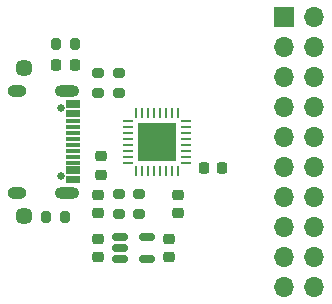
<source format=gts>
%TF.GenerationSoftware,KiCad,Pcbnew,5.99.0-unknown-c33b2cfa8d~128~ubuntu20.04.1*%
%TF.CreationDate,2021-05-18T07:02:03+07:00*%
%TF.ProjectId,PmodUsbUlpi,506d6f64-5573-4625-956c-70692e6b6963,1*%
%TF.SameCoordinates,Original*%
%TF.FileFunction,Soldermask,Top*%
%TF.FilePolarity,Negative*%
%FSLAX46Y46*%
G04 Gerber Fmt 4.6, Leading zero omitted, Abs format (unit mm)*
G04 Created by KiCad (PCBNEW 5.99.0-unknown-c33b2cfa8d~128~ubuntu20.04.1) date 2021-05-18 07:02:03*
%MOMM*%
%LPD*%
G01*
G04 APERTURE LIST*
G04 Aperture macros list*
%AMRoundRect*
0 Rectangle with rounded corners*
0 $1 Rounding radius*
0 $2 $3 $4 $5 $6 $7 $8 $9 X,Y pos of 4 corners*
0 Add a 4 corners polygon primitive as box body*
4,1,4,$2,$3,$4,$5,$6,$7,$8,$9,$2,$3,0*
0 Add four circle primitives for the rounded corners*
1,1,$1+$1,$2,$3*
1,1,$1+$1,$4,$5*
1,1,$1+$1,$6,$7*
1,1,$1+$1,$8,$9*
0 Add four rect primitives between the rounded corners*
20,1,$1+$1,$2,$3,$4,$5,0*
20,1,$1+$1,$4,$5,$6,$7,0*
20,1,$1+$1,$6,$7,$8,$9,0*
20,1,$1+$1,$8,$9,$2,$3,0*%
G04 Aperture macros list end*
%ADD10RoundRect,0.218750X0.218750X0.256250X-0.218750X0.256250X-0.218750X-0.256250X0.218750X-0.256250X0*%
%ADD11RoundRect,0.225000X0.250000X-0.225000X0.250000X0.225000X-0.250000X0.225000X-0.250000X-0.225000X0*%
%ADD12RoundRect,0.200000X0.275000X-0.200000X0.275000X0.200000X-0.275000X0.200000X-0.275000X-0.200000X0*%
%ADD13RoundRect,0.200000X0.200000X0.275000X-0.200000X0.275000X-0.200000X-0.275000X0.200000X-0.275000X0*%
%ADD14C,0.650000*%
%ADD15R,1.150000X0.300000*%
%ADD16O,1.600000X1.000000*%
%ADD17O,2.100000X1.000000*%
%ADD18RoundRect,0.225000X-0.250000X0.225000X-0.250000X-0.225000X0.250000X-0.225000X0.250000X0.225000X0*%
%ADD19RoundRect,0.225000X-0.225000X-0.250000X0.225000X-0.250000X0.225000X0.250000X-0.225000X0.250000X0*%
%ADD20RoundRect,0.150000X-0.512500X-0.150000X0.512500X-0.150000X0.512500X0.150000X-0.512500X0.150000X0*%
%ADD21RoundRect,0.062500X0.375000X0.062500X-0.375000X0.062500X-0.375000X-0.062500X0.375000X-0.062500X0*%
%ADD22RoundRect,0.062500X0.062500X0.375000X-0.062500X0.375000X-0.062500X-0.375000X0.062500X-0.375000X0*%
%ADD23R,3.300000X3.300000*%
%ADD24RoundRect,0.200000X-0.275000X0.200000X-0.275000X-0.200000X0.275000X-0.200000X0.275000X0.200000X0*%
%ADD25C,1.448000*%
%ADD26R,1.700000X1.700000*%
%ADD27O,1.700000X1.700000*%
G04 APERTURE END LIST*
D10*
X144287500Y-93500000D03*
X142712500Y-93500000D03*
D11*
X146250000Y-106025000D03*
X146250000Y-104475000D03*
D12*
X148000000Y-106075000D03*
X148000000Y-104425000D03*
D13*
X144325000Y-91750000D03*
X142675000Y-91750000D03*
D14*
X143105000Y-97110000D03*
X143105000Y-102890000D03*
D15*
X144170000Y-96650000D03*
X144170000Y-97450000D03*
X144170000Y-98750000D03*
X144170000Y-99750000D03*
X144170000Y-100250000D03*
X144170000Y-101250000D03*
X144170000Y-102550000D03*
X144170000Y-103350000D03*
X144170000Y-103050000D03*
X144170000Y-102250000D03*
X144170000Y-101750000D03*
X144170000Y-100750000D03*
X144170000Y-99250000D03*
X144170000Y-98250000D03*
X144170000Y-97750000D03*
X144170000Y-96950000D03*
D16*
X139425000Y-104320000D03*
D17*
X143605000Y-95680000D03*
X143605000Y-104320000D03*
D16*
X139425000Y-95680000D03*
D12*
X148000000Y-95825000D03*
X148000000Y-94175000D03*
D18*
X146250000Y-108225000D03*
X146250000Y-109775000D03*
D19*
X155225000Y-102250000D03*
X156775000Y-102250000D03*
D18*
X146500000Y-101225000D03*
X146500000Y-102775000D03*
D20*
X148112500Y-108050000D03*
X148112500Y-109000000D03*
X148112500Y-109950000D03*
X150387500Y-109950000D03*
X150387500Y-108050000D03*
D21*
X153687500Y-101750000D03*
X153687500Y-101250000D03*
X153687500Y-100750000D03*
X153687500Y-100250000D03*
X153687500Y-99750000D03*
X153687500Y-99250000D03*
X153687500Y-98750000D03*
X153687500Y-98250000D03*
D22*
X153000000Y-97562500D03*
X152500000Y-97562500D03*
X152000000Y-97562500D03*
X151500000Y-97562500D03*
X151000000Y-97562500D03*
X150500000Y-97562500D03*
X150000000Y-97562500D03*
X149500000Y-97562500D03*
D21*
X148812500Y-98250000D03*
X148812500Y-98750000D03*
X148812500Y-99250000D03*
X148812500Y-99750000D03*
X148812500Y-100250000D03*
X148812500Y-100750000D03*
X148812500Y-101250000D03*
X148812500Y-101750000D03*
D22*
X149500000Y-102437500D03*
X150000000Y-102437500D03*
X150500000Y-102437500D03*
X151000000Y-102437500D03*
X151500000Y-102437500D03*
X152000000Y-102437500D03*
X152500000Y-102437500D03*
X153000000Y-102437500D03*
D23*
X151250000Y-100000000D03*
D18*
X152250000Y-108225000D03*
X152250000Y-109775000D03*
D24*
X146250000Y-94175000D03*
X146250000Y-95825000D03*
X149750000Y-104425000D03*
X149750000Y-106075000D03*
D18*
X153000000Y-104475000D03*
X153000000Y-106025000D03*
D25*
X140000000Y-93750000D03*
D13*
X143475000Y-106350000D03*
X141825000Y-106350000D03*
D25*
X140000000Y-106250000D03*
D26*
X162000000Y-89400000D03*
D27*
X164540000Y-89400000D03*
X162000000Y-91940000D03*
X164540000Y-91940000D03*
X162000000Y-94480000D03*
X164540000Y-94480000D03*
X162000000Y-97020000D03*
X164540000Y-97020000D03*
X162000000Y-99560000D03*
X164540000Y-99560000D03*
X162000000Y-102100000D03*
X164540000Y-102100000D03*
X162000000Y-104640000D03*
X164540000Y-104640000D03*
X162000000Y-107180000D03*
X164540000Y-107180000D03*
X162000000Y-109720000D03*
X164540000Y-109720000D03*
X162000000Y-112260000D03*
X164540000Y-112260000D03*
M02*

</source>
